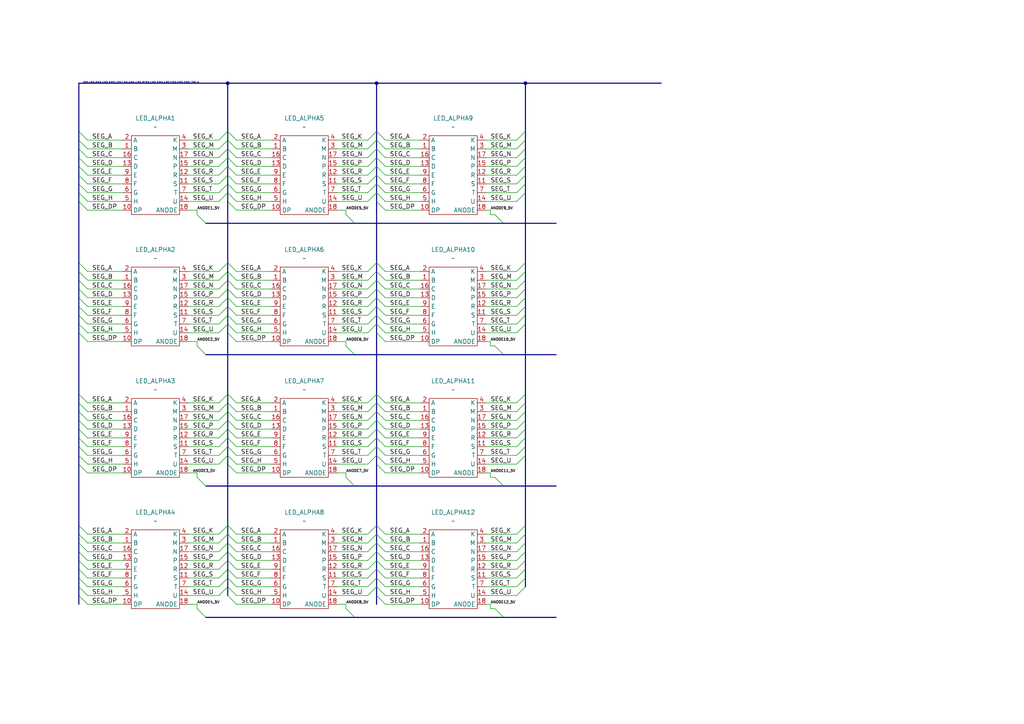
<source format=kicad_sch>
(kicad_sch (version 20250114) (generator "eeschema") (generator_version "9.0")
  (paper "A4")
  (lib_symbols
    (symbol "My_Displays:LTP-587HR"
      (property "Reference" "LED_ALPHA" (at -1.27 -6.096 90))
      (symbol "LTP-587HR_0_1"
        (rectangle (start -7.62 5.08) (end 6.35 -17.78))
      )
      (symbol "LTP-587HR_1_1"
        (pin passive line (at -10.16 3.81 0) (length 2.54) (name "A") (number "2"))
        (pin passive line (at -10.16 1.27 0) (length 2.54) (name "B") (number "1"))
        (pin passive line (at -10.16 -1.27 0) (length 2.54) (name "C") (number "16"))
        (pin passive line (at -10.16 -3.81 0) (length 2.54) (name "D") (number "13"))
        (pin passive line (at -10.16 -6.35 0) (length 2.54) (name "E") (number "9"))
        (pin passive line (at -10.16 -8.89 0) (length 2.54) (name "F") (number "8"))
        (pin passive line (at -10.16 -11.43 0) (length 2.54) (name "G") (number "6"))
        (pin passive line (at -10.16 -13.97 0) (length 2.54) (name "H") (number "5"))
        (pin passive line (at -10.16 -16.51 0) (length 2.54) (name "DP") (number "10"))
        (pin passive line (at 8.89 3.81 180) (length 2.54) (name "K") (number "4"))
        (pin passive line (at 8.89 1.27 180) (length 2.54) (name "M") (number "3"))
        (pin passive line (at 8.89 -1.27 180) (length 2.54) (name "N") (number "17"))
        (pin passive line (at 8.89 -3.81 180) (length 2.54) (name "P") (number "15"))
        (pin passive line (at 8.89 -6.35 180) (length 2.54) (name "R") (number "12"))
        (pin passive line (at 8.89 -8.89 180) (length 2.54) (name "S") (number "11"))
        (pin passive line (at 8.89 -11.43 180) (length 2.54) (name "T") (number "7"))
        (pin passive line (at 8.89 -13.97 180) (length 2.54) (name "U") (number "14"))
        (pin passive line (at 8.89 -16.51 180) (length 2.54) (name "ANODE") (number "18"))
      )
    )
  )
  (junction (at 152.4 24.13))
  (junction (at 66.04 24.13))
  (junction (at 109.22 24.13))
  (bus_entry (at 106.68 88.9) (size 2.54 -2.54))
  (bus_entry (at 109.22 127) (size 2.54 2.54))
  (bus_entry (at 22.86 165.1) (size 2.54 2.54))
  (bus_entry (at 63.5 50.8) (size 2.54 -2.54))
  (bus_entry (at 66.04 129.54) (size 2.54 2.54))
  (bus_entry (at 22.86 157.48) (size 2.54 2.54))
  (bus_entry (at 106.68 96.52) (size 2.54 -2.54))
  (bus_entry (at 102.87 64.77) (size -2.54 -2.54))
  (bus_entry (at 66.04 172.72) (size 2.54 2.54))
  (bus_entry (at 59.69 64.77) (size -2.54 -2.54))
  (bus_entry (at 149.86 129.54) (size 2.54 -2.54))
  (bus_entry (at 22.86 40.64) (size 2.54 2.54))
  (bus_entry (at 149.86 162.56) (size 2.54 -2.54))
  (bus_entry (at 109.22 93.98) (size 2.54 2.54))
  (bus_entry (at 22.86 50.8) (size 2.54 2.54))
  (bus_entry (at 149.86 40.64) (size 2.54 -2.54))
  (bus_entry (at 109.22 45.72) (size 2.54 2.54))
  (bus_entry (at 106.68 53.34) (size 2.54 -2.54))
  (bus_entry (at 149.86 58.42) (size 2.54 -2.54))
  (bus_entry (at 109.22 48.26) (size 2.54 2.54))
  (bus_entry (at 106.68 43.18) (size 2.54 -2.54))
  (bus_entry (at 22.86 83.82) (size 2.54 2.54))
  (bus_entry (at 22.86 38.1) (size 2.54 2.54))
  (bus_entry (at 66.04 132.08) (size 2.54 2.54))
  (bus_entry (at 66.04 48.26) (size 2.54 2.54))
  (bus_entry (at 22.86 93.98) (size 2.54 2.54))
  (bus_entry (at 22.86 160.02) (size 2.54 2.54))
  (bus_entry (at 109.22 157.48) (size 2.54 2.54))
  (bus_entry (at 106.68 124.46) (size 2.54 -2.54))
  (bus_entry (at 149.86 93.98) (size 2.54 -2.54))
  (bus_entry (at 63.5 165.1) (size 2.54 -2.54))
  (bus_entry (at 66.04 76.2) (size 2.54 2.54))
  (bus_entry (at 106.68 134.62) (size 2.54 -2.54))
  (bus_entry (at 109.22 50.8) (size 2.54 2.54))
  (bus_entry (at 106.68 55.88) (size 2.54 -2.54))
  (bus_entry (at 22.86 91.44) (size 2.54 2.54))
  (bus_entry (at 106.68 93.98) (size 2.54 -2.54))
  (bus_entry (at 22.86 76.2) (size 2.54 2.54))
  (bus_entry (at 22.86 96.52) (size 2.54 2.54))
  (bus_entry (at 146.05 64.77) (size -2.54 -2.54))
  (bus_entry (at 149.86 165.1) (size 2.54 -2.54))
  (bus_entry (at 63.5 162.56) (size 2.54 -2.54))
  (bus_entry (at 106.68 170.18) (size 2.54 -2.54))
  (bus_entry (at 63.5 124.46) (size 2.54 -2.54))
  (bus_entry (at 109.22 86.36) (size 2.54 2.54))
  (bus_entry (at 63.5 45.72) (size 2.54 -2.54))
  (bus_entry (at 109.22 167.64) (size 2.54 2.54))
  (bus_entry (at 22.86 53.34) (size 2.54 2.54))
  (bus_entry (at 109.22 124.46) (size 2.54 2.54))
  (bus_entry (at 63.5 129.54) (size 2.54 -2.54))
  (bus_entry (at 63.5 88.9) (size 2.54 -2.54))
  (bus_entry (at 109.22 38.1) (size 2.54 2.54))
  (bus_entry (at 63.5 96.52) (size 2.54 -2.54))
  (bus_entry (at 149.86 53.34) (size 2.54 -2.54))
  (bus_entry (at 63.5 86.36) (size 2.54 -2.54))
  (bus_entry (at 66.04 124.46) (size 2.54 2.54))
  (bus_entry (at 149.86 134.62) (size 2.54 -2.54))
  (bus_entry (at 149.86 124.46) (size 2.54 -2.54))
  (bus_entry (at 66.04 78.74) (size 2.54 2.54))
  (bus_entry (at 63.5 127) (size 2.54 -2.54))
  (bus_entry (at 109.22 55.88) (size 2.54 2.54))
  (bus_entry (at 66.04 50.8) (size 2.54 2.54))
  (bus_entry (at 66.04 152.4) (size 2.54 2.54))
  (bus_entry (at 66.04 88.9) (size 2.54 2.54))
  (bus_entry (at 149.86 83.82) (size 2.54 -2.54))
  (bus_entry (at 63.5 170.18) (size 2.54 -2.54))
  (bus_entry (at 109.22 154.94) (size 2.54 2.54))
  (bus_entry (at 149.86 127) (size 2.54 -2.54))
  (bus_entry (at 149.86 55.88) (size 2.54 -2.54))
  (bus_entry (at 109.22 134.62) (size 2.54 2.54))
  (bus_entry (at 109.22 81.28) (size 2.54 2.54))
  (bus_entry (at 109.22 83.82) (size 2.54 2.54))
  (bus_entry (at 106.68 127) (size 2.54 -2.54))
  (bus_entry (at 149.86 167.64) (size 2.54 -2.54))
  (bus_entry (at 63.5 154.94) (size 2.54 -2.54))
  (bus_entry (at 22.86 129.54) (size 2.54 2.54))
  (bus_entry (at 66.04 83.82) (size 2.54 2.54))
  (bus_entry (at 109.22 160.02) (size 2.54 2.54))
  (bus_entry (at 146.05 102.87) (size -2.54 -2.54))
  (bus_entry (at 63.5 48.26) (size 2.54 -2.54))
  (bus_entry (at 149.86 121.92) (size 2.54 -2.54))
  (bus_entry (at 106.68 162.56) (size 2.54 -2.54))
  (bus_entry (at 63.5 119.38) (size 2.54 -2.54))
  (bus_entry (at 22.86 132.08) (size 2.54 2.54))
  (bus_entry (at 109.22 53.34) (size 2.54 2.54))
  (bus_entry (at 106.68 119.38) (size 2.54 -2.54))
  (bus_entry (at 106.68 40.64) (size 2.54 -2.54))
  (bus_entry (at 149.86 88.9) (size 2.54 -2.54))
  (bus_entry (at 149.86 157.48) (size 2.54 -2.54))
  (bus_entry (at 109.22 88.9) (size 2.54 2.54))
  (bus_entry (at 66.04 114.3) (size 2.54 2.54))
  (bus_entry (at 22.86 124.46) (size 2.54 2.54))
  (bus_entry (at 66.04 45.72) (size 2.54 2.54))
  (bus_entry (at 106.68 157.48) (size 2.54 -2.54))
  (bus_entry (at 22.86 48.26) (size 2.54 2.54))
  (bus_entry (at 66.04 160.02) (size 2.54 2.54))
  (bus_entry (at 59.69 102.87) (size -2.54 -2.54))
  (bus_entry (at 66.04 43.18) (size 2.54 2.54))
  (bus_entry (at 149.86 96.52) (size 2.54 -2.54))
  (bus_entry (at 109.22 58.42) (size 2.54 2.54))
  (bus_entry (at 109.22 116.84) (size 2.54 2.54))
  (bus_entry (at 102.87 179.07) (size -2.54 -2.54))
  (bus_entry (at 109.22 78.74) (size 2.54 2.54))
  (bus_entry (at 146.05 179.07) (size -2.54 -2.54))
  (bus_entry (at 106.68 167.64) (size 2.54 -2.54))
  (bus_entry (at 63.5 81.28) (size 2.54 -2.54))
  (bus_entry (at 22.86 58.42) (size 2.54 2.54))
  (bus_entry (at 106.68 172.72) (size 2.54 -2.54))
  (bus_entry (at 63.5 121.92) (size 2.54 -2.54))
  (bus_entry (at 149.86 119.38) (size 2.54 -2.54))
  (bus_entry (at 106.68 50.8) (size 2.54 -2.54))
  (bus_entry (at 22.86 170.18) (size 2.54 2.54))
  (bus_entry (at 22.86 152.4) (size 2.54 2.54))
  (bus_entry (at 66.04 91.44) (size 2.54 2.54))
  (bus_entry (at 63.5 78.74) (size 2.54 -2.54))
  (bus_entry (at 66.04 96.52) (size 2.54 2.54))
  (bus_entry (at 106.68 154.94) (size 2.54 -2.54))
  (bus_entry (at 149.86 154.94) (size 2.54 -2.54))
  (bus_entry (at 109.22 129.54) (size 2.54 2.54))
  (bus_entry (at 63.5 157.48) (size 2.54 -2.54))
  (bus_entry (at 66.04 53.34) (size 2.54 2.54))
  (bus_entry (at 63.5 53.34) (size 2.54 -2.54))
  (bus_entry (at 63.5 91.44) (size 2.54 -2.54))
  (bus_entry (at 149.86 43.18) (size 2.54 -2.54))
  (bus_entry (at 106.68 165.1) (size 2.54 -2.54))
  (bus_entry (at 22.86 86.36) (size 2.54 2.54))
  (bus_entry (at 106.68 160.02) (size 2.54 -2.54))
  (bus_entry (at 63.5 134.62) (size 2.54 -2.54))
  (bus_entry (at 149.86 116.84) (size 2.54 -2.54))
  (bus_entry (at 63.5 167.64) (size 2.54 -2.54))
  (bus_entry (at 146.05 140.97) (size -2.54 -2.54))
  (bus_entry (at 22.86 45.72) (size 2.54 2.54))
  (bus_entry (at 106.68 83.82) (size 2.54 -2.54))
  (bus_entry (at 63.5 40.64) (size 2.54 -2.54))
  (bus_entry (at 22.86 114.3) (size 2.54 2.54))
  (bus_entry (at 66.04 170.18) (size 2.54 2.54))
  (bus_entry (at 66.04 157.48) (size 2.54 2.54))
  (bus_entry (at 109.22 132.08) (size 2.54 2.54))
  (bus_entry (at 63.5 43.18) (size 2.54 -2.54))
  (bus_entry (at 109.22 43.18) (size 2.54 2.54))
  (bus_entry (at 22.86 119.38) (size 2.54 2.54))
  (bus_entry (at 149.86 86.36) (size 2.54 -2.54))
  (bus_entry (at 106.68 58.42) (size 2.54 -2.54))
  (bus_entry (at 106.68 116.84) (size 2.54 -2.54))
  (bus_entry (at 106.68 129.54) (size 2.54 -2.54))
  (bus_entry (at 66.04 154.94) (size 2.54 2.54))
  (bus_entry (at 109.22 114.3) (size 2.54 2.54))
  (bus_entry (at 66.04 86.36) (size 2.54 2.54))
  (bus_entry (at 66.04 38.1) (size 2.54 2.54))
  (bus_entry (at 66.04 121.92) (size 2.54 2.54))
  (bus_entry (at 66.04 116.84) (size 2.54 2.54))
  (bus_entry (at 106.68 45.72) (size 2.54 -2.54))
  (bus_entry (at 149.86 170.18) (size 2.54 -2.54))
  (bus_entry (at 109.22 76.2) (size 2.54 2.54))
  (bus_entry (at 63.5 93.98) (size 2.54 -2.54))
  (bus_entry (at 22.86 172.72) (size 2.54 2.54))
  (bus_entry (at 149.86 48.26) (size 2.54 -2.54))
  (bus_entry (at 102.87 140.97) (size -2.54 -2.54))
  (bus_entry (at 22.86 162.56) (size 2.54 2.54))
  (bus_entry (at 149.86 78.74) (size 2.54 -2.54))
  (bus_entry (at 63.5 83.82) (size 2.54 -2.54))
  (bus_entry (at 106.68 121.92) (size 2.54 -2.54))
  (bus_entry (at 149.86 91.44) (size 2.54 -2.54))
  (bus_entry (at 149.86 45.72) (size 2.54 -2.54))
  (bus_entry (at 22.86 154.94) (size 2.54 2.54))
  (bus_entry (at 109.22 91.44) (size 2.54 2.54))
  (bus_entry (at 66.04 40.64) (size 2.54 2.54))
  (bus_entry (at 22.86 121.92) (size 2.54 2.54))
  (bus_entry (at 66.04 93.98) (size 2.54 2.54))
  (bus_entry (at 22.86 55.88) (size 2.54 2.54))
  (bus_entry (at 109.22 96.52) (size 2.54 2.54))
  (bus_entry (at 109.22 162.56) (size 2.54 2.54))
  (bus_entry (at 109.22 121.92) (size 2.54 2.54))
  (bus_entry (at 22.86 81.28) (size 2.54 2.54))
  (bus_entry (at 149.86 172.72) (size 2.54 -2.54))
  (bus_entry (at 149.86 160.02) (size 2.54 -2.54))
  (bus_entry (at 63.5 160.02) (size 2.54 -2.54))
  (bus_entry (at 63.5 55.88) (size 2.54 -2.54))
  (bus_entry (at 22.86 134.62) (size 2.54 2.54))
  (bus_entry (at 109.22 40.64) (size 2.54 2.54))
  (bus_entry (at 22.86 43.18) (size 2.54 2.54))
  (bus_entry (at 106.68 132.08) (size 2.54 -2.54))
  (bus_entry (at 22.86 127) (size 2.54 2.54))
  (bus_entry (at 106.68 48.26) (size 2.54 -2.54))
  (bus_entry (at 66.04 81.28) (size 2.54 2.54))
  (bus_entry (at 59.69 140.97) (size -2.54 -2.54))
  (bus_entry (at 66.04 134.62) (size 2.54 2.54))
  (bus_entry (at 22.86 78.74) (size 2.54 2.54))
  (bus_entry (at 109.22 170.18) (size 2.54 2.54))
  (bus_entry (at 66.04 162.56) (size 2.54 2.54))
  (bus_entry (at 22.86 116.84) (size 2.54 2.54))
  (bus_entry (at 106.68 86.36) (size 2.54 -2.54))
  (bus_entry (at 66.04 55.88) (size 2.54 2.54))
  (bus_entry (at 22.86 167.64) (size 2.54 2.54))
  (bus_entry (at 66.04 58.42) (size 2.54 2.54))
  (bus_entry (at 106.68 78.74) (size 2.54 -2.54))
  (bus_entry (at 109.22 119.38) (size 2.54 2.54))
  (bus_entry (at 63.5 172.72) (size 2.54 -2.54))
  (bus_entry (at 106.68 81.28) (size 2.54 -2.54))
  (bus_entry (at 66.04 127) (size 2.54 2.54))
  (bus_entry (at 63.5 116.84) (size 2.54 -2.54))
  (bus_entry (at 109.22 165.1) (size 2.54 2.54))
  (bus_entry (at 66.04 119.38) (size 2.54 2.54))
  (bus_entry (at 63.5 132.08) (size 2.54 -2.54))
  (bus_entry (at 102.87 102.87) (size -2.54 -2.54))
  (bus_entry (at 109.22 152.4) (size 2.54 2.54))
  (bus_entry (at 22.86 88.9) (size 2.54 2.54))
  (bus_entry (at 149.86 132.08) (size 2.54 -2.54))
  (bus_entry (at 149.86 50.8) (size 2.54 -2.54))
  (bus_entry (at 149.86 81.28) (size 2.54 -2.54))
  (bus_entry (at 66.04 167.64) (size 2.54 2.54))
  (bus_entry (at 63.5 58.42) (size 2.54 -2.54))
  (bus_entry (at 106.68 91.44) (size 2.54 -2.54))
  (bus_entry (at 66.04 165.1) (size 2.54 2.54))
  (bus_entry (at 59.69 179.07) (size -2.54 -2.54))
  (bus_entry (at 109.22 172.72) (size 2.54 2.54))
  (bus (pts (xy 22.86 40.64) (xy 22.86 43.18)))
  (wire (pts (xy 54.61 55.88) (xy 63.5 55.88)))
  (wire (pts (xy 25.4 160.02) (xy 35.56 160.02)))
  (wire (pts (xy 97.79 160.02) (xy 106.68 160.02)))
  (bus (pts (xy 152.4 165.1) (xy 152.4 167.64)))
  (wire (pts (xy 54.61 154.94) (xy 63.5 154.94)))
  (wire (pts (xy 111.76 129.54) (xy 121.92 129.54)))
  (bus (pts (xy 152.4 114.3) (xy 152.4 116.84)))
  (wire (pts (xy 140.97 58.42) (xy 149.86 58.42)))
  (bus (pts (xy 109.22 45.72) (xy 109.22 48.26)))
  (wire (pts (xy 140.97 40.64) (xy 149.86 40.64)))
  (wire (pts (xy 140.97 53.34) (xy 149.86 53.34)))
  (wire (pts (xy 68.58 134.62) (xy 78.74 134.62)))
  (bus (pts (xy 152.4 129.54) (xy 152.4 132.08)))
  (wire (pts (xy 68.58 154.94) (xy 78.74 154.94)))
  (bus (pts (xy 109.22 170.18) (xy 109.22 172.72)))
  (bus (pts (xy 66.04 45.72) (xy 66.04 48.26)))
  (bus (pts (xy 109.22 50.8) (xy 109.22 53.34)))
  (wire (pts (xy 68.58 129.54) (xy 78.74 129.54)))
  (bus (pts (xy 109.22 116.84) (xy 109.22 119.38)))
  (bus (pts (xy 66.04 53.34) (xy 66.04 55.88)))
  (wire (pts (xy 68.58 50.8) (xy 78.74 50.8)))
  (wire (pts (xy 140.97 60.96) (xy 142.24 60.96)))
  (bus (pts (xy 109.22 38.1) (xy 109.22 40.64)))
  (wire (pts (xy 68.58 157.48) (xy 78.74 157.48)))
  (wire (pts (xy 54.61 86.36) (xy 63.5 86.36)))
  (bus (pts (xy 66.04 93.98) (xy 66.04 96.52)))
  (wire (pts (xy 97.79 154.94) (xy 106.68 154.94)))
  (wire (pts (xy 111.76 157.48) (xy 121.92 157.48)))
  (wire (pts (xy 68.58 91.44) (xy 78.74 91.44)))
  (wire (pts (xy 57.15 60.96) (xy 57.15 62.23)))
  (bus (pts (xy 22.86 152.4) (xy 22.86 154.94)))
  (bus (pts (xy 109.22 93.98) (xy 109.22 96.52)))
  (wire (pts (xy 140.97 119.38) (xy 149.86 119.38)))
  (wire (pts (xy 97.79 60.96) (xy 100.33 60.96)))
  (wire (pts (xy 97.79 116.84) (xy 106.68 116.84)))
  (bus (pts (xy 22.86 86.36) (xy 22.86 88.9)))
  (wire (pts (xy 140.97 154.94) (xy 149.86 154.94)))
  (wire (pts (xy 25.4 137.16) (xy 35.56 137.16)))
  (wire (pts (xy 140.97 91.44) (xy 149.86 91.44)))
  (bus (pts (xy 22.86 96.52) (xy 22.86 114.3)))
  (bus (pts (xy 152.4 55.88) (xy 152.4 76.2)))
  (bus (pts (xy 109.22 83.82) (xy 109.22 86.36)))
  (bus (pts (xy 66.04 114.3) (xy 66.04 116.84)))
  (bus (pts (xy 22.86 53.34) (xy 22.86 55.88)))
  (wire (pts (xy 25.4 53.34) (xy 35.56 53.34)))
  (wire (pts (xy 25.4 78.74) (xy 35.56 78.74)))
  (bus (pts (xy 109.22 78.74) (xy 109.22 81.28)))
  (bus (pts (xy 22.86 24.13) (xy 22.86 38.1)))
  (wire (pts (xy 111.76 132.08) (xy 121.92 132.08)))
  (bus (pts (xy 59.69 64.77) (xy 102.87 64.77)))
  (wire (pts (xy 142.24 60.96) (xy 142.24 62.23)))
  (wire (pts (xy 100.33 137.16) (xy 100.33 138.43)))
  (wire (pts (xy 140.97 78.74) (xy 149.86 78.74)))
  (wire (pts (xy 25.4 60.96) (xy 35.56 60.96)))
  (wire (pts (xy 25.4 124.46) (xy 35.56 124.46)))
  (wire (pts (xy 97.79 58.42) (xy 106.68 58.42)))
  (bus (pts (xy 66.04 96.52) (xy 66.04 114.3)))
  (wire (pts (xy 25.4 119.38) (xy 35.56 119.38)))
  (wire (pts (xy 68.58 40.64) (xy 78.74 40.64)))
  (bus (pts (xy 22.86 83.82) (xy 22.86 86.36)))
  (bus (pts (xy 109.22 24.13) (xy 109.22 38.1)))
  (wire (pts (xy 140.97 96.52) (xy 149.86 96.52)))
  (bus (pts (xy 66.04 88.9) (xy 66.04 91.44)))
  (wire (pts (xy 54.61 93.98) (xy 63.5 93.98)))
  (wire (pts (xy 68.58 93.98) (xy 78.74 93.98)))
  (wire (pts (xy 100.33 99.06) (xy 100.33 100.33)))
  (wire (pts (xy 68.58 165.1) (xy 78.74 165.1)))
  (bus (pts (xy 152.4 167.64) (xy 152.4 170.18)))
  (wire (pts (xy 140.97 124.46) (xy 149.86 124.46)))
  (wire (pts (xy 54.61 134.62) (xy 63.5 134.62)))
  (wire (pts (xy 142.24 176.53) (xy 143.51 176.53)))
  (bus (pts (xy 109.22 53.34) (xy 109.22 55.88)))
  (wire (pts (xy 97.79 119.38) (xy 106.68 119.38)))
  (bus (pts (xy 152.4 43.18) (xy 152.4 45.72)))
  (wire (pts (xy 25.4 86.36) (xy 35.56 86.36)))
  (bus (pts (xy 152.4 162.56) (xy 152.4 165.1)))
  (bus (pts (xy 152.4 124.46) (xy 152.4 127)))
  (wire (pts (xy 140.97 83.82) (xy 149.86 83.82)))
  (wire (pts (xy 97.79 137.16) (xy 100.33 137.16)))
  (bus (pts (xy 109.22 162.56) (xy 109.22 165.1)))
  (bus (pts (xy 109.22 132.08) (xy 109.22 134.62)))
  (wire (pts (xy 54.61 99.06) (xy 57.15 99.06)))
  (bus (pts (xy 152.4 76.2) (xy 152.4 78.74)))
  (wire (pts (xy 57.15 137.16) (xy 57.15 138.43)))
  (bus (pts (xy 66.04 119.38) (xy 66.04 121.92)))
  (wire (pts (xy 25.4 172.72) (xy 35.56 172.72)))
  (bus (pts (xy 22.86 134.62) (xy 22.86 152.4)))
  (bus (pts (xy 66.04 127) (xy 66.04 129.54)))
  (wire (pts (xy 140.97 86.36) (xy 149.86 86.36)))
  (wire (pts (xy 142.24 100.33) (xy 143.51 100.33)))
  (wire (pts (xy 111.76 58.42) (xy 121.92 58.42)))
  (wire (pts (xy 25.4 43.18) (xy 35.56 43.18)))
  (bus (pts (xy 152.4 38.1) (xy 152.4 40.64)))
  (bus (pts (xy 109.22 172.72) (xy 109.22 175.26)))
  (bus (pts (xy 22.86 78.74) (xy 22.86 81.28)))
  (wire (pts (xy 140.97 116.84) (xy 149.86 116.84)))
  (wire (pts (xy 111.76 119.38) (xy 121.92 119.38)))
  (bus (pts (xy 66.04 121.92) (xy 66.04 124.46)))
  (wire (pts (xy 68.58 116.84) (xy 78.74 116.84)))
  (bus (pts (xy 22.86 172.72) (xy 22.86 175.26)))
  (wire (pts (xy 54.61 160.02) (xy 63.5 160.02)))
  (bus (pts (xy 66.04 38.1) (xy 66.04 40.64)))
  (wire (pts (xy 68.58 45.72) (xy 78.74 45.72)))
  (bus (pts (xy 109.22 134.62) (xy 109.22 152.4)))
  (bus (pts (xy 146.05 179.07) (xy 161.29 179.07)))
  (wire (pts (xy 140.97 175.26) (xy 142.24 175.26)))
  (wire (pts (xy 140.97 88.9) (xy 149.86 88.9)))
  (wire (pts (xy 68.58 43.18) (xy 78.74 43.18)))
  (wire (pts (xy 142.24 138.43) (xy 143.51 138.43)))
  (wire (pts (xy 97.79 78.74) (xy 106.68 78.74)))
  (wire (pts (xy 54.61 91.44) (xy 63.5 91.44)))
  (wire (pts (xy 140.97 134.62) (xy 149.86 134.62)))
  (bus (pts (xy 109.22 129.54) (xy 109.22 132.08)))
  (wire (pts (xy 142.24 175.26) (xy 142.24 176.53)))
  (wire (pts (xy 111.76 170.18) (xy 121.92 170.18)))
  (bus (pts (xy 102.87 140.97) (xy 146.05 140.97)))
  (bus (pts (xy 109.22 157.48) (xy 109.22 160.02)))
  (wire (pts (xy 57.15 99.06) (xy 57.15 100.33)))
  (bus (pts (xy 109.22 127) (xy 109.22 129.54)))
  (wire (pts (xy 111.76 78.74) (xy 121.92 78.74)))
  (bus (pts (xy 152.4 78.74) (xy 152.4 81.28)))
  (wire (pts (xy 25.4 175.26) (xy 35.56 175.26)))
  (wire (pts (xy 97.79 132.08) (xy 106.68 132.08)))
  (bus (pts (xy 22.86 165.1) (xy 22.86 167.64)))
  (wire (pts (xy 97.79 50.8) (xy 106.68 50.8)))
  (bus (pts (xy 152.4 24.13) (xy 191.77 24.13)))
  (wire (pts (xy 140.97 170.18) (xy 149.86 170.18)))
  (wire (pts (xy 97.79 88.9) (xy 106.68 88.9)))
  (bus (pts (xy 152.4 88.9) (xy 152.4 91.44)))
  (bus (pts (xy 109.22 86.36) (xy 109.22 88.9)))
  (bus (pts (xy 152.4 86.36) (xy 152.4 88.9)))
  (wire (pts (xy 142.24 62.23) (xy 143.51 62.23)))
  (wire (pts (xy 142.24 137.16) (xy 142.24 138.43)))
  (wire (pts (xy 111.76 134.62) (xy 121.92 134.62)))
  (wire (pts (xy 68.58 78.74) (xy 78.74 78.74)))
  (bus (pts (xy 22.86 114.3) (xy 22.86 116.84)))
  (wire (pts (xy 140.97 157.48) (xy 149.86 157.48)))
  (bus (pts (xy 102.87 64.77) (xy 146.05 64.77)))
  (wire (pts (xy 54.61 170.18) (xy 63.5 170.18)))
  (wire (pts (xy 25.4 170.18) (xy 35.56 170.18)))
  (wire (pts (xy 68.58 83.82) (xy 78.74 83.82)))
  (wire (pts (xy 111.76 137.16) (xy 121.92 137.16)))
  (bus (pts (xy 22.86 50.8) (xy 22.86 53.34)))
  (bus (pts (xy 109.22 96.52) (xy 109.22 114.3)))
  (bus (pts (xy 152.4 24.13) (xy 152.4 38.1)))
  (wire (pts (xy 97.79 48.26) (xy 106.68 48.26)))
  (wire (pts (xy 68.58 60.96) (xy 78.74 60.96)))
  (bus (pts (xy 66.04 91.44) (xy 66.04 93.98)))
  (wire (pts (xy 140.97 129.54) (xy 149.86 129.54)))
  (bus (pts (xy 66.04 124.46) (xy 66.04 127)))
  (bus (pts (xy 22.86 132.08) (xy 22.86 134.62)))
  (bus (pts (xy 102.87 102.87) (xy 146.05 102.87)))
  (wire (pts (xy 111.76 127) (xy 121.92 127)))
  (bus (pts (xy 66.04 86.36) (xy 66.04 88.9)))
  (bus (pts (xy 22.86 154.94) (xy 22.86 157.48)))
  (wire (pts (xy 54.61 53.34) (xy 63.5 53.34)))
  (bus (pts (xy 22.86 43.18) (xy 22.86 45.72)))
  (bus (pts (xy 146.05 140.97) (xy 161.29 140.97)))
  (wire (pts (xy 25.4 134.62) (xy 35.56 134.62)))
  (wire (pts (xy 25.4 116.84) (xy 35.56 116.84)))
  (wire (pts (xy 54.61 88.9) (xy 63.5 88.9)))
  (bus (pts (xy 22.86 162.56) (xy 22.86 165.1)))
  (wire (pts (xy 97.79 127) (xy 106.68 127)))
  (wire (pts (xy 68.58 99.06) (xy 78.74 99.06)))
  (bus (pts (xy 109.22 167.64) (xy 109.22 170.18)))
  (wire (pts (xy 54.61 48.26) (xy 63.5 48.26)))
  (wire (pts (xy 54.61 162.56) (xy 63.5 162.56)))
  (wire (pts (xy 25.4 40.64) (xy 35.56 40.64)))
  (bus (pts (xy 152.4 127) (xy 152.4 129.54)))
  (bus (pts (xy 102.87 179.07) (xy 146.05 179.07)))
  (wire (pts (xy 25.4 88.9) (xy 35.56 88.9)))
  (bus (pts (xy 22.86 48.26) (xy 22.86 50.8)))
  (bus (pts (xy 66.04 165.1) (xy 66.04 167.64)))
  (wire (pts (xy 25.4 127) (xy 35.56 127)))
  (wire (pts (xy 140.97 43.18) (xy 149.86 43.18)))
  (wire (pts (xy 111.76 81.28) (xy 121.92 81.28)))
  (wire (pts (xy 111.76 48.26) (xy 121.92 48.26)))
  (wire (pts (xy 25.4 165.1) (xy 35.56 165.1)))
  (wire (pts (xy 97.79 91.44) (xy 106.68 91.44)))
  (bus (pts (xy 22.86 167.64) (xy 22.86 170.18)))
  (bus (pts (xy 66.04 170.18) (xy 66.04 172.72)))
  (wire (pts (xy 140.97 162.56) (xy 149.86 162.56)))
  (wire (pts (xy 140.97 81.28) (xy 149.86 81.28)))
  (bus (pts (xy 59.69 102.87) (xy 102.87 102.87)))
  (wire (pts (xy 68.58 88.9) (xy 78.74 88.9)))
  (wire (pts (xy 140.97 50.8) (xy 149.86 50.8)))
  (wire (pts (xy 54.61 60.96) (xy 57.15 60.96)))
  (wire (pts (xy 140.97 127) (xy 149.86 127)))
  (wire (pts (xy 68.58 124.46) (xy 78.74 124.46)))
  (bus (pts (xy 66.04 24.13) (xy 66.04 38.1)))
  (bus (pts (xy 146.05 64.77) (xy 161.29 64.77)))
  (wire (pts (xy 140.97 93.98) (xy 149.86 93.98)))
  (bus (pts (xy 109.22 165.1) (xy 109.22 167.64)))
  (wire (pts (xy 97.79 129.54) (xy 106.68 129.54)))
  (bus (pts (xy 66.04 152.4) (xy 66.04 154.94)))
  (bus (pts (xy 66.04 162.56) (xy 66.04 165.1)))
  (bus (pts (xy 22.86 91.44) (xy 22.86 93.98)))
  (wire (pts (xy 25.4 55.88) (xy 35.56 55.88)))
  (bus (pts (xy 66.04 76.2) (xy 66.04 78.74)))
  (wire (pts (xy 111.76 121.92) (xy 121.92 121.92)))
  (wire (pts (xy 97.79 167.64) (xy 106.68 167.64)))
  (bus (pts (xy 109.22 114.3) (xy 109.22 116.84)))
  (wire (pts (xy 111.76 116.84) (xy 121.92 116.84)))
  (bus (pts (xy 66.04 129.54) (xy 66.04 132.08)))
  (bus (pts (xy 152.4 121.92) (xy 152.4 124.46)))
  (bus (pts (xy 152.4 40.64) (xy 152.4 43.18)))
  (wire (pts (xy 111.76 45.72) (xy 121.92 45.72)))
  (bus (pts (xy 109.22 91.44) (xy 109.22 93.98)))
  (bus (pts (xy 109.22 154.94) (xy 109.22 157.48)))
  (wire (pts (xy 25.4 48.26) (xy 35.56 48.26)))
  (wire (pts (xy 97.79 175.26) (xy 100.33 175.26)))
  (wire (pts (xy 68.58 119.38) (xy 78.74 119.38)))
  (wire (pts (xy 68.58 55.88) (xy 78.74 55.88)))
  (wire (pts (xy 68.58 86.36) (xy 78.74 86.36)))
  (wire (pts (xy 54.61 78.74) (xy 63.5 78.74)))
  (bus (pts (xy 152.4 119.38) (xy 152.4 121.92)))
  (wire (pts (xy 97.79 40.64) (xy 106.68 40.64)))
  (bus (pts (xy 152.4 83.82) (xy 152.4 86.36)))
  (bus (pts (xy 109.22 55.88) (xy 109.22 58.42)))
  (wire (pts (xy 111.76 53.34) (xy 121.92 53.34)))
  (wire (pts (xy 111.76 60.96) (xy 121.92 60.96)))
  (wire (pts (xy 54.61 50.8) (xy 63.5 50.8)))
  (bus (pts (xy 152.4 154.94) (xy 152.4 157.48)))
  (wire (pts (xy 140.97 121.92) (xy 149.86 121.92)))
  (bus (pts (xy 109.22 24.13) (xy 152.4 24.13)))
  (bus (pts (xy 22.86 121.92) (xy 22.86 124.46)))
  (wire (pts (xy 140.97 99.06) (xy 142.24 99.06)))
  (wire (pts (xy 140.97 137.16) (xy 142.24 137.16)))
  (wire (pts (xy 97.79 165.1) (xy 106.68 165.1)))
  (wire (pts (xy 25.4 154.94) (xy 35.56 154.94)))
  (wire (pts (xy 97.79 157.48) (xy 106.68 157.48)))
  (bus (pts (xy 109.22 124.46) (xy 109.22 127)))
  (bus (pts (xy 66.04 160.02) (xy 66.04 162.56)))
  (wire (pts (xy 68.58 121.92) (xy 78.74 121.92)))
  (wire (pts (xy 54.61 172.72) (xy 63.5 172.72)))
  (bus (pts (xy 109.22 88.9) (xy 109.22 91.44)))
  (wire (pts (xy 54.61 121.92) (xy 63.5 121.92)))
  (wire (pts (xy 54.61 175.26) (xy 57.15 175.26)))
  (wire (pts (xy 97.79 170.18) (xy 106.68 170.18)))
  (bus (pts (xy 152.4 157.48) (xy 152.4 160.02)))
  (bus (pts (xy 152.4 48.26) (xy 152.4 50.8)))
  (bus (pts (xy 152.4 81.28) (xy 152.4 83.82)))
  (bus (pts (xy 152.4 50.8) (xy 152.4 53.34)))
  (wire (pts (xy 54.61 167.64) (xy 63.5 167.64)))
  (bus (pts (xy 152.4 116.84) (xy 152.4 119.38)))
  (wire (pts (xy 97.79 99.06) (xy 100.33 99.06)))
  (wire (pts (xy 111.76 43.18) (xy 121.92 43.18)))
  (wire (pts (xy 140.97 45.72) (xy 149.86 45.72)))
  (bus (pts (xy 152.4 93.98) (xy 152.4 114.3)))
  (wire (pts (xy 97.79 83.82) (xy 106.68 83.82)))
  (wire (pts (xy 111.76 162.56) (xy 121.92 162.56)))
  (wire (pts (xy 25.4 157.48) (xy 35.56 157.48)))
  (bus (pts (xy 22.86 127) (xy 22.86 129.54)))
  (wire (pts (xy 111.76 165.1) (xy 121.92 165.1)))
  (wire (pts (xy 54.61 165.1) (xy 63.5 165.1)))
  (wire (pts (xy 54.61 119.38) (xy 63.5 119.38)))
  (bus (pts (xy 22.86 124.46) (xy 22.86 127)))
  (bus (pts (xy 22.86 38.1) (xy 22.86 40.64)))
  (wire (pts (xy 97.79 53.34) (xy 106.68 53.34)))
  (wire (pts (xy 68.58 160.02) (xy 78.74 160.02)))
  (wire (pts (xy 140.97 165.1) (xy 149.86 165.1)))
  (wire (pts (xy 57.15 175.26) (xy 57.15 176.53)))
  (wire (pts (xy 68.58 58.42) (xy 78.74 58.42)))
  (wire (pts (xy 25.4 93.98) (xy 35.56 93.98)))
  (wire (pts (xy 111.76 99.06) (xy 121.92 99.06)))
  (wire (pts (xy 54.61 137.16) (xy 57.15 137.16)))
  (bus (pts (xy 66.04 40.64) (xy 66.04 43.18)))
  (bus (pts (xy 66.04 154.94) (xy 66.04 157.48)))
  (wire (pts (xy 54.61 96.52) (xy 63.5 96.52)))
  (wire (pts (xy 111.76 55.88) (xy 121.92 55.88)))
  (bus (pts (xy 66.04 78.74) (xy 66.04 81.28)))
  (wire (pts (xy 68.58 132.08) (xy 78.74 132.08)))
  (wire (pts (xy 97.79 121.92) (xy 106.68 121.92)))
  (bus (pts (xy 22.86 170.18) (xy 22.86 172.72)))
  (wire (pts (xy 111.76 83.82) (xy 121.92 83.82)))
  (wire (pts (xy 68.58 81.28) (xy 78.74 81.28)))
  (wire (pts (xy 97.79 55.88) (xy 106.68 55.88)))
  (bus (pts (xy 22.86 129.54) (xy 22.86 132.08)))
  (wire (pts (xy 25.4 121.92) (xy 35.56 121.92)))
  (bus (pts (xy 66.04 134.62) (xy 66.04 152.4)))
  (bus (pts (xy 22.86 24.13) (xy 66.04 24.13)))
  (bus (pts (xy 109.22 76.2) (xy 109.22 78.74)))
  (wire (pts (xy 54.61 124.46) (xy 63.5 124.46)))
  (wire (pts (xy 97.79 162.56) (xy 106.68 162.56)))
  (wire (pts (xy 142.24 99.06) (xy 142.24 100.33)))
  (wire (pts (xy 111.76 88.9) (xy 121.92 88.9)))
  (bus (pts (xy 109.22 160.02) (xy 109.22 162.56)))
  (wire (pts (xy 54.61 83.82) (xy 63.5 83.82)))
  (bus (pts (xy 66.04 116.84) (xy 66.04 119.38)))
  (wire (pts (xy 97.79 172.72) (xy 106.68 172.72)))
  (bus (pts (xy 22.86 160.02) (xy 22.86 162.56)))
  (bus (pts (xy 66.04 48.26) (xy 66.04 50.8)))
  (bus (pts (xy 22.86 76.2) (xy 22.86 78.74)))
  (bus (pts (xy 59.69 140.97) (xy 102.87 140.97)))
  (bus (pts (xy 59.69 179.07) (xy 102.87 179.07)))
  (wire (pts (xy 25.4 167.64) (xy 35.56 167.64)))
  (bus (pts (xy 109.22 43.18) (xy 109.22 45.72)))
  (bus (pts (xy 66.04 58.42) (xy 66.04 76.2)))
  (bus (pts (xy 152.4 160.02) (xy 152.4 162.56)))
  (wire (pts (xy 97.79 81.28) (xy 106.68 81.28)))
  (bus (pts (xy 66.04 24.13) (xy 109.22 24.13)))
  (bus (pts (xy 22.86 58.42) (xy 22.86 76.2)))
  (wire (pts (xy 140.97 132.08) (xy 149.86 132.08)))
  (wire (pts (xy 111.76 160.02) (xy 121.92 160.02)))
  (wire (pts (xy 111.76 50.8) (xy 121.92 50.8)))
  (wire (pts (xy 140.97 55.88) (xy 149.86 55.88)))
  (bus (pts (xy 66.04 157.48) (xy 66.04 160.02)))
  (bus (pts (xy 109.22 40.64) (xy 109.22 43.18)))
  (wire (pts (xy 68.58 170.18) (xy 78.74 170.18)))
  (bus (pts (xy 22.86 93.98) (xy 22.86 96.52)))
  (wire (pts (xy 97.79 86.36) (xy 106.68 86.36)))
  (bus (pts (xy 109.22 81.28) (xy 109.22 83.82)))
  (bus (pts (xy 22.86 119.38) (xy 22.86 121.92)))
  (wire (pts (xy 97.79 43.18) (xy 106.68 43.18)))
  (bus (pts (xy 66.04 55.88) (xy 66.04 58.42)))
  (bus (pts (xy 66.04 81.28) (xy 66.04 83.82)))
  (wire (pts (xy 25.4 50.8) (xy 35.56 50.8)))
  (bus (pts (xy 152.4 45.72) (xy 152.4 48.26)))
  (wire (pts (xy 68.58 127) (xy 78.74 127)))
  (wire (pts (xy 54.61 129.54) (xy 63.5 129.54)))
  (wire (pts (xy 25.4 58.42) (xy 35.56 58.42)))
  (wire (pts (xy 68.58 48.26) (xy 78.74 48.26)))
  (wire (pts (xy 68.58 162.56) (xy 78.74 162.56)))
  (wire (pts (xy 68.58 137.16) (xy 78.74 137.16)))
  (bus (pts (xy 152.4 91.44) (xy 152.4 93.98)))
  (bus (pts (xy 22.86 81.28) (xy 22.86 83.82)))
  (wire (pts (xy 111.76 93.98) (xy 121.92 93.98)))
  (wire (pts (xy 54.61 132.08) (xy 63.5 132.08)))
  (wire (pts (xy 111.76 91.44) (xy 121.92 91.44)))
  (bus (pts (xy 22.86 55.88) (xy 22.86 58.42)))
  (wire (pts (xy 25.4 99.06) (xy 35.56 99.06)))
  (wire (pts (xy 54.61 81.28) (xy 63.5 81.28)))
  (bus (pts (xy 152.4 53.34) (xy 152.4 55.88)))
  (wire (pts (xy 97.79 96.52) (xy 106.68 96.52)))
  (wire (pts (xy 111.76 172.72) (xy 121.92 172.72)))
  (wire (pts (xy 111.76 175.26) (xy 121.92 175.26)))
  (wire (pts (xy 111.76 40.64) (xy 121.92 40.64)))
  (wire (pts (xy 54.61 45.72) (xy 63.5 45.72)))
  (wire (pts (xy 54.61 116.84) (xy 63.5 116.84)))
  (bus (pts (xy 22.86 157.48) (xy 22.86 160.02)))
  (bus (pts (xy 152.4 132.08) (xy 152.4 152.4)))
  (bus (pts (xy 146.05 102.87) (xy 161.29 102.87)))
  (wire (pts (xy 111.76 86.36) (xy 121.92 86.36)))
  (wire (pts (xy 68.58 175.26) (xy 78.74 175.26)))
  (bus (pts (xy 109.22 58.42) (xy 109.22 76.2)))
  (wire (pts (xy 140.97 172.72) (xy 149.86 172.72)))
  (wire (pts (xy 97.79 93.98) (xy 106.68 93.98)))
  (bus (pts (xy 109.22 121.92) (xy 109.22 124.46)))
  (wire (pts (xy 25.4 162.56) (xy 35.56 162.56)))
  (wire (pts (xy 25.4 91.44) (xy 35.56 91.44)))
  (wire (pts (xy 54.61 58.42) (xy 63.5 58.42)))
  (wire (pts (xy 111.76 167.64) (xy 121.92 167.64)))
  (bus (pts (xy 66.04 43.18) (xy 66.04 45.72)))
  (wire (pts (xy 140.97 167.64) (xy 149.86 167.64)))
  (bus (pts (xy 22.86 88.9) (xy 22.86 91.44)))
  (wire (pts (xy 25.4 132.08) (xy 35.56 132.08)))
  (wire (pts (xy 97.79 45.72) (xy 106.68 45.72)))
  (wire (pts (xy 25.4 83.82) (xy 35.56 83.82)))
  (wire (pts (xy 111.76 124.46) (xy 121.92 124.46)))
  (wire (pts (xy 68.58 53.34) (xy 78.74 53.34)))
  (wire (pts (xy 100.33 60.96) (xy 100.33 62.23)))
  (bus (pts (xy 152.4 152.4) (xy 152.4 154.94)))
  (bus (pts (xy 66.04 83.82) (xy 66.04 86.36)))
  (wire (pts (xy 140.97 48.26) (xy 149.86 48.26)))
  (wire (pts (xy 68.58 96.52) (xy 78.74 96.52)))
  (wire (pts (xy 100.33 175.26) (xy 100.33 176.53)))
  (wire (pts (xy 25.4 81.28) (xy 35.56 81.28)))
  (wire (pts (xy 25.4 129.54) (xy 35.56 129.54)))
  (wire (pts (xy 54.61 40.64) (xy 63.5 40.64)))
  (wire (pts (xy 140.97 160.02) (xy 149.86 160.02)))
  (wire (pts (xy 54.61 127) (xy 63.5 127)))
  (wire (pts (xy 54.61 157.48) (xy 63.5 157.48)))
  (bus (pts (xy 66.04 132.08) (xy 66.04 134.62)))
  (wire (pts (xy 97.79 124.46) (xy 106.68 124.46)))
  (bus (pts (xy 109.22 119.38) (xy 109.22 121.92)))
  (bus (pts (xy 66.04 167.64) (xy 66.04 170.18)))
  (bus (pts (xy 109.22 152.4) (xy 109.22 154.94)))
  (wire (pts (xy 68.58 167.64) (xy 78.74 167.64)))
  (bus (pts (xy 109.22 48.26) (xy 109.22 50.8)))
  (bus (pts (xy 22.86 45.72) (xy 22.86 48.26)))
  (wire (pts (xy 25.4 96.52) (xy 35.56 96.52)))
  (wire (pts (xy 97.79 134.62) (xy 106.68 134.62)))
  (wire (pts (xy 111.76 96.52) (xy 121.92 96.52)))
  (bus (pts (xy 66.04 50.8) (xy 66.04 53.34)))
  (wire (pts (xy 68.58 172.72) (xy 78.74 172.72)))
  (wire (pts (xy 111.76 154.94) (xy 121.92 154.94)))
  (wire (pts (xy 54.61 43.18) (xy 63.5 43.18)))
  (bus (pts (xy 22.86 116.84) (xy 22.86 119.38)))
  (wire (pts (xy 25.4 45.72) (xy 35.56 45.72)))
  (label "SEG_D" (at 69.85 48.26 0))
  (label "SEG_B" (at 113.03 81.28 0))
  (label "SEG_P" (at 99.06 48.26 0))
  (label "SEG_H" (at 113.03 58.42 0))
  (label "SEG_P" (at 142.24 162.56 0))
  (label "SEG_K" (at 55.88 40.64 0))
  (label "SEG_E" (at 26.67 165.1 0))
  (label "SEG_U" (at 142.24 134.62 0))
  (label "SEG_DP" (at 113.03 175.26 0))
  (label "SEG_S" (at 142.24 167.64 0))
  (label "SEG_D" (at 69.85 86.36 0))
  (label "SEG_M" (at 142.24 81.28 0))
  (label "SEG_G" (at 113.03 170.18 0))
  (label "SEG_M" (at 142.24 119.38 0))
  (label "SEG_G" (at 69.85 55.88 0))
  (label "{SEG_A,SEG_B,SEG_C,SEG_D,SEG_E,SEG_F,SEG_G,SEG_H,SEG_DP,SEG_K,SEG_M,SEG_N,SEG_P,SEG_R,SEG_S,SEG_T,SEG_U}" (at 24.13 24.13 0) (effects (font (size 0.381 0.381))))
  (label "SEG_E" (at 113.03 88.9 0))
  (label "SEG_N" (at 99.06 45.72 0))
  (label "SEG_U" (at 99.06 134.62 0))
  (label "SEG_G" (at 69.85 93.98 0))
  (label "SEG_E" (at 69.85 50.8 0))
  (label "SEG_C" (at 26.67 160.02 0))
  (label "SEG_C" (at 113.03 45.72 0))
  (label "SEG_DP" (at 26.67 99.06 0))
  (label "SEG_C" (at 113.03 160.02 0))
  (label "SEG_N" (at 55.88 160.02 0))
  (label "SEG_G" (at 69.85 132.08 0))
  (label "SEG_T" (at 99.06 93.98 0))
  (label "SEG_B" (at 113.03 119.38 0))
  (label "SEG_U" (at 99.06 172.72 0))
  (label "SEG_N" (at 99.06 121.92 0))
  (label "SEG_DP" (at 26.67 175.26 0))
  (label "SEG_M" (at 99.06 43.18 0))
  (label "SEG_G" (at 69.85 170.18 0))
  (label "SEG_M" (at 55.88 119.38 0))
  (label "SEG_U" (at 55.88 96.52 0))
  (label "SEG_F" (at 113.03 53.34 0))
  (label "SEG_T" (at 99.06 55.88 0))
  (label "SEG_G" (at 113.03 132.08 0))
  (label "SEG_R" (at 55.88 50.8 0))
  (label "SEG_R" (at 142.24 165.1 0))
  (label "SEG_N" (at 99.06 160.02 0))
  (label "SEG_R" (at 99.06 88.9 0))
  (label "ANODE2_5V" (at 57.15 99.06 0) (effects (font (size 0.762 0.762))))
  (label "SEG_D" (at 69.85 162.56 0))
  (label "SEG_M" (at 55.88 81.28 0))
  (label "SEG_DP" (at 69.85 137.16 0))
  (label "SEG_S" (at 142.24 91.44 0))
  (label "SEG_B" (at 26.67 157.48 0))
  (label "SEG_T" (at 99.06 132.08 0))
  (label "SEG_B" (at 26.67 119.38 0))
  (label "ANODE1_5V" (at 57.15 60.96 0) (effects (font (size 0.762 0.762))))
  (label "SEG_H" (at 26.67 134.62 0))
  (label "SEG_DP" (at 113.03 99.06 0))
  (label "SEG_G" (at 113.03 93.98 0))
  (label "SEG_A" (at 26.67 154.94 0))
  (label "SEG_T" (at 55.88 170.18 0))
  (label "SEG_K" (at 55.88 78.74 0))
  (label "SEG_A" (at 69.85 154.94 0))
  (label "SEG_M" (at 99.06 157.48 0))
  (label "SEG_G" (at 26.67 55.88 0))
  (label "SEG_R" (at 142.24 127 0))
  (label "SEG_D" (at 113.03 86.36 0))
  (label "SEG_A" (at 26.67 40.64 0))
  (label "SEG_U" (at 142.24 172.72 0))
  (label "SEG_DP" (at 69.85 175.26 0))
  (label "SEG_K" (at 142.24 78.74 0))
  (label "SEG_M" (at 55.88 43.18 0))
  (label "SEG_F" (at 26.67 53.34 0))
  (label "SEG_T" (at 55.88 132.08 0))
  (label "SEG_K" (at 99.06 78.74 0))
  (label "SEG_U" (at 55.88 58.42 0))
  (label "SEG_D" (at 113.03 162.56 0))
  (label "SEG_K" (at 99.06 40.64 0))
  (label "SEG_A" (at 26.67 78.74 0))
  (label "SEG_K" (at 99.06 116.84 0))
  (label "ANODE6_5V" (at 100.33 99.06 0) (effects (font (size 0.762 0.762))))
  (label "SEG_G" (at 113.03 55.88 0))
  (label "SEG_G" (at 26.67 93.98 0))
  (label "SEG_C" (at 69.85 121.92 0))
  (label "SEG_DP" (at 113.03 137.16 0))
  (label "SEG_S" (at 55.88 167.64 0))
  (label "SEG_D" (at 26.67 162.56 0))
  (label "ANODE8_5V" (at 100.33 175.26 0) (effects (font (size 0.762 0.762))))
  (label "SEG_F" (at 26.67 129.54 0))
  (label "SEG_S" (at 55.88 129.54 0))
  (label "SEG_B" (at 26.67 81.28 0))
  (label "SEG_P" (at 55.88 86.36 0))
  (label "SEG_T" (at 142.24 132.08 0))
  (label "SEG_S" (at 99.06 129.54 0))
  (label "SEG_T" (at 55.88 93.98 0))
  (label "SEG_S" (at 55.88 91.44 0))
  (label "SEG_F" (at 113.03 91.44 0))
  (label "SEG_B" (at 113.03 43.18 0))
  (label "SEG_A" (at 113.03 40.64 0))
  (label "SEG_C" (at 26.67 83.82 0))
  (label "SEG_E" (at 26.67 50.8 0))
  (label "SEG_H" (at 26.67 96.52 0))
  (label "SEG_R" (at 99.06 165.1 0))
  (label "SEG_H" (at 69.85 134.62 0))
  (label "SEG_F" (at 113.03 129.54 0))
  (label "SEG_R" (at 55.88 165.1 0))
  (label "SEG_DP" (at 113.03 60.96 0))
  (label "SEG_P" (at 99.06 86.36 0))
  (label "SEG_C" (at 69.85 45.72 0))
  (label "SEG_H" (at 26.67 58.42 0))
  (label "SEG_M" (at 142.24 43.18 0))
  (label "SEG_K" (at 55.88 116.84 0))
  (label "SEG_E" (at 69.85 165.1 0))
  (label "SEG_M" (at 99.06 119.38 0))
  (label "SEG_B" (at 69.85 81.28 0))
  (label "SEG_C" (at 69.85 160.02 0))
  (label "SEG_S" (at 99.06 91.44 0))
  (label "SEG_P" (at 55.88 48.26 0))
  (label "SEG_T" (at 55.88 55.88 0))
  (label "SEG_C" (at 26.67 45.72 0))
  (label "SEG_U" (at 142.24 58.42 0))
  (label "SEG_D" (at 26.67 48.26 0))
  (label "SEG_DP" (at 69.85 99.06 0))
  (label "SEG_R" (at 55.88 127 0))
  (label "SEG_K" (at 142.24 154.94 0))
  (label "SEG_A" (at 69.85 78.74 0))
  (label "SEG_E" (at 113.03 127 0))
  (label "ANODE7_5V" (at 100.33 137.16 0) (effects (font (size 0.762 0.762))))
  (label "SEG_B" (at 69.85 157.48 0))
  (label "SEG_F" (at 26.67 167.64 0))
  (label "SEG_B" (at 69.85 43.18 0))
  (label "SEG_T" (at 142.24 93.98 0))
  (label "SEG_H" (at 113.03 134.62 0))
  (label "SEG_S" (at 142.24 53.34 0))
  (label "SEG_F" (at 69.85 53.34 0))
  (label "SEG_B" (at 26.67 43.18 0))
  (label "SEG_U" (at 99.06 58.42 0))
  (label "SEG_C" (at 113.03 121.92 0))
  (label "ANODE10_5V" (at 142.24 99.06 0) (effects (font (size 0.762 0.762))))
  (label "SEG_R" (at 142.24 50.8 0))
  (label "SEG_A" (at 113.03 78.74 0))
  (label "SEG_P" (at 99.06 124.46 0))
  (label "SEG_K" (at 142.24 40.64 0))
  (label "SEG_D" (at 113.03 48.26 0))
  (label "SEG_H" (at 113.03 96.52 0))
  (label "SEG_R" (at 55.88 88.9 0))
  (label "SEG_E" (at 113.03 165.1 0))
  (label "SEG_N" (at 142.24 160.02 0))
  (label "SEG_S" (at 142.24 129.54 0))
  (label "ANODE5_5V" (at 100.33 60.96 0) (effects (font (size 0.762 0.762))))
  (label "SEG_R" (at 99.06 127 0))
  (label "ANODE12_5V" (at 142.24 175.26 0) (effects (font (size 0.762 0.762))))
  (label "SEG_E" (at 69.85 88.9 0))
  (label "SEG_B" (at 69.85 119.38 0))
  (label "SEG_P" (at 99.06 162.56 0))
  (label "SEG_D" (at 26.67 86.36 0))
  (label "SEG_DP" (at 69.85 60.96 0))
  (label "SEG_S" (at 99.06 167.64 0))
  (label "SEG_F" (at 26.67 91.44 0))
  (label "SEG_N" (at 142.24 121.92 0))
  (label "SEG_S" (at 99.06 53.34 0))
  (label "SEG_H" (at 26.67 172.72 0))
  (label "SEG_G" (at 26.67 170.18 0))
  (label "SEG_F" (at 69.85 91.44 0))
  (label "SEG_H" (at 69.85 172.72 0))
  (label "SEG_DP" (at 26.67 60.96 0))
  (label "ANODE9_5V" (at 142.24 60.96 0) (effects (font (size 0.762 0.762))))
  (label "SEG_S" (at 55.88 53.34 0))
  (label "SEG_B" (at 113.03 157.48 0))
  (label "SEG_K" (at 99.06 154.94 0))
  (label "SEG_P" (at 142.24 48.26 0))
  (label "SEG_G" (at 26.67 132.08 0))
  (label "SEG_P" (at 55.88 162.56 0))
  (label "SEG_DP" (at 26.67 137.16 0))
  (label "SEG_K" (at 142.24 116.84 0))
  (label "ANODE3_5V" (at 55.88 137.16 0) (effects (font (size 0.762 0.762))))
  (label "SEG_E" (at 26.67 88.9 0))
  (label "SEG_R" (at 99.06 50.8 0))
  (label "SEG_N" (at 142.24 83.82 0))
  (label "SEG_R" (at 142.24 88.9 0))
  (label "SEG_P" (at 142.24 86.36 0))
  (label "SEG_A" (at 69.85 40.64 0))
  (label "SEG_F" (at 69.85 167.64 0))
  (label "SEG_A" (at 113.03 154.94 0))
  (label "SEG_M" (at 142.24 157.48 0))
  (label "SEG_C" (at 69.85 83.82 0))
  (label "ANODE11_5V" (at 142.24 137.16 0) (effects (font (size 0.762 0.762))))
  (label "SEG_D" (at 26.67 124.46 0))
  (label "SEG_H" (at 69.85 58.42 0))
  (label "SEG_T" (at 99.06 170.18 0))
  (label "SEG_M" (at 55.88 157.48 0))
  (label "SEG_E" (at 113.03 50.8 0))
  (label "SEG_M" (at 99.06 81.28 0))
  (label "SEG_N" (at 55.88 45.72 0))
  (label "SEG_D" (at 69.85 124.46 0))
  (label "SEG_K" (at 55.88 154.94 0))
  (label "SEG_F" (at 69.85 129.54 0))
  (label "SEG_P" (at 55.88 124.46 0))
  (label "SEG_T" (at 142.24 170.18 0))
  (label "SEG_D" (at 113.03 124.46 0))
  (label "SEG_U" (at 99.06 96.52 0))
  (label "SEG_N" (at 55.88 121.92 0))
  (label "SEG_A" (at 26.67 116.84 0))
  (label "SEG_C" (at 113.03 83.82 0))
  (label "SEG_N" (at 142.24 45.72 0))
  (label "SEG_U" (at 142.24 96.52 0))
  (label "SEG_U" (at 55.88 134.62 0))
  (label "SEG_F" (at 113.03 167.64 0))
  (label "SEG_A" (at 113.03 116.84 0))
  (label "ANODE4_5V" (at 57.15 175.26 0) (effects (font (size 0.762 0.762))))
  (label "SEG_H" (at 69.85 96.52 0))
  (label "SEG_N" (at 55.88 83.82 0))
  (label "SEG_A" (at 69.85 116.84 0))
  (label "SEG_C" (at 26.67 121.92 0))
  (label "SEG_E" (at 26.67 127 0))
  (label "SEG_N" (at 99.06 83.82 0))
  (label "SEG_T" (at 142.24 55.88 0))
  (label "SEG_U" (at 55.88 172.72 0))
  (label "SEG_H" (at 113.03 172.72 0))
  (label "SEG_P" (at 142.24 124.46 0))
  (label "SEG_E" (at 69.85 127 0))
  (symbol (lib_id "My_Displays:LTP-587HR") (at 132.08 44.45 0) (unit 1)
    (property "Reference" "LED_ALPHA9" (at 131.445 34.29 0))
    (property "Value" "~" (at 131.445 36.83 0))
    (property "Footprint" "My_F_Displays:LTP-587HR_DIP18" (effects (hide yes)))
  )
  (symbol (lib_id "My_Displays:LTP-587HR") (at 45.72 158.75 0) (unit 1)
    (property "Reference" "LED_ALPHA4" (at 45.085 148.59 0))
    (property "Value" "~" (at 45.085 151.13 0))
    (property "Footprint" "My_F_Displays:LTP-587HR_DIP18" (effects (hide yes)))
  )
  (symbol (lib_id "My_Displays:LTP-587HR") (at 45.72 82.55 0) (unit 1)
    (property "Reference" "LED_ALPHA2" (at 45.085 72.39 0))
    (property "Value" "~" (at 45.085 74.93 0))
    (property "Footprint" "My_F_Displays:LTP-587HR_DIP18" (effects (hide yes)))
  )
  (symbol (lib_id "My_Displays:LTP-587HR") (at 88.9 44.45 0) (unit 1)
    (property "Reference" "LED_ALPHA5" (at 88.265 34.29 0))
    (property "Value" "~" (at 88.265 36.83 0))
    (property "Footprint" "My_F_Displays:LTP-587HR_DIP18" (effects (hide yes)))
  )
  (symbol (lib_id "My_Displays:LTP-587HR") (at 132.08 158.75 0) (unit 1)
    (property "Reference" "LED_ALPHA12" (at 131.445 148.59 0))
    (property "Value" "~" (at 131.445 151.13 0))
    (property "Footprint" "My_F_Displays:LTP-587HR_DIP18" (effects (hide yes)))
  )
  (symbol (lib_id "My_Displays:LTP-587HR") (at 132.08 82.55 0) (unit 1)
    (property "Reference" "LED_ALPHA10" (at 131.445 72.39 0))
    (property "Value" "~" (at 131.445 74.93 0))
    (property "Footprint" "My_F_Displays:LTP-587HR_DIP18" (effects (hide yes)))
  )
  (symbol (lib_id "My_Displays:LTP-587HR") (at 88.9 120.65 0) (unit 1)
    (property "Reference" "LED_ALPHA7" (at 88.265 110.49 0))
    (property "Value" "~" (at 88.265 113.03 0))
    (property "Footprint" "My_F_Displays:LTP-587HR_DIP18" (effects (hide yes)))
  )
  (symbol (lib_id "My_Displays:LTP-587HR") (at 45.72 120.65 0) (unit 1)
    (property "Reference" "LED_ALPHA3" (at 45.085 110.49 0))
    (property "Value" "~" (at 45.085 113.03 0))
    (property "Footprint" "My_F_Displays:LTP-587HR_DIP18" (effects (hide yes)))
  )
  (symbol (lib_id "My_Displays:LTP-587HR") (at 88.9 158.75 0) (unit 1)
    (property "Reference" "LED_ALPHA8" (at 88.265 148.59 0))
    (property "Value" "~" (at 88.265 151.13 0))
    (property "Footprint" "My_F_Displays:LTP-587HR_DIP18" (effects (hide yes)))
  )
  (symbol (lib_id "My_Displays:LTP-587HR") (at 45.72 44.45 0) (unit 1)
    (property "Reference" "LED_ALPHA1" (at 45.085 34.29 0))
    (property "Value" "~" (at 45.085 36.83 0))
    (property "Footprint" "My_F_Displays:LTP-587HR_DIP18" (effects (hide yes)))
  )
  (symbol (lib_id "My_Displays:LTP-587HR") (at 88.9 82.55 0) (unit 1)
    (property "Reference" "LED_ALPHA6" (at 88.265 72.39 0))
    (property "Value" "~" (at 88.265 74.93 0))
    (property "Footprint" "My_F_Displays:LTP-587HR_DIP18" (effects (hide yes)))
  )
  (symbol (lib_id "My_Displays:LTP-587HR") (at 132.08 120.65 0) (unit 1)
    (property "Reference" "LED_ALPHA11" (at 131.445 110.49 0))
    (property "Value" "~" (at 131.445 113.03 0))
    (property "Footprint" "My_F_Displays:LTP-587HR_DIP18" (effects (hide yes)))
  )
)
</source>
